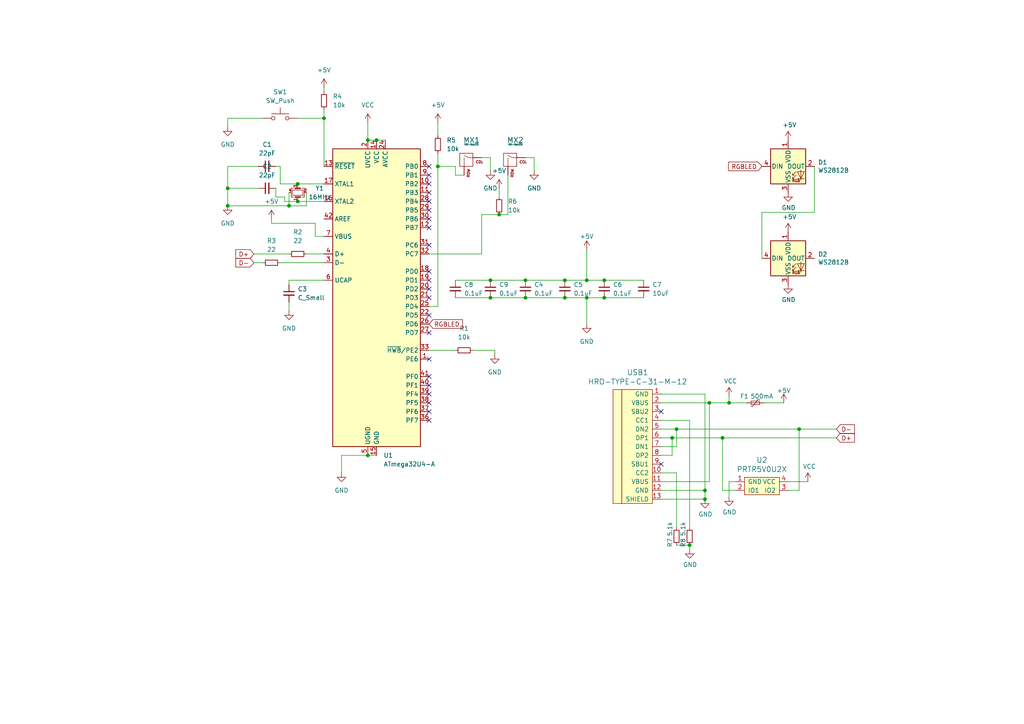
<source format=kicad_sch>
(kicad_sch (version 20211123) (generator eeschema)
  (paper "A4")
  (lib_symbols
    (symbol "Device:C_Small" (pin_numbers hide) (pin_names (offset 0.254) hide)
      (property "Reference" "C" (at 0.254 1.778 0))
      (property "Value" "C_Small" (at 0.254 -2.032 0))
      (symbol "C_Small_0_1"
        (polyline (pts (xy -1.524 -0.508) (xy 1.524 -0.508)) (stroke (width 0.3302)))
        (polyline (pts (xy -1.524 0.508) (xy 1.524 0.508)) (stroke (width 0.3048)))
      )
      (symbol "C_Small_1_1"
        (pin passive line (at 0 2.54 270) (length 2.032) (name "~") (number "1"))
        (pin passive line (at 0 -2.54 90) (length 2.032) (name "~") (number "2"))
      )
    )
    (symbol "Device:Crystal_GND24_Small" (pin_names (offset 1.016) hide)
      (property "Reference" "Y" (at 1.27 4.445 0))
      (property "Value" "Crystal_GND24_Small" (at 1.27 2.54 0))
      (symbol "Crystal_GND24_Small_0_1"
        (rectangle (start -0.762 -1.524) (end 0.762 1.524))
        (polyline (pts (xy -1.27 -0.762) (xy -1.27 0.762)) (stroke (width 0.381)))
        (polyline (pts (xy 1.27 -0.762) (xy 1.27 0.762)) (stroke (width 0.381)))
        (polyline (pts (xy -1.27 -1.27) (xy -1.27 -1.905) (xy 1.27 -1.905) (xy 1.27 -1.27)))
        (polyline (pts (xy -1.27 1.27) (xy -1.27 1.905) (xy 1.27 1.905) (xy 1.27 1.27)))
      )
      (symbol "Crystal_GND24_Small_1_1"
        (pin passive line (at -2.54 0 0) (length 1.27) (name "1") (number "1"))
        (pin passive line (at 0 -2.54 90) (length 0.635) (name "2") (number "2"))
        (pin passive line (at 2.54 0 180) (length 1.27) (name "3") (number "3"))
        (pin passive line (at 0 2.54 270) (length 0.635) (name "4") (number "4"))
      )
    )
    (symbol "Device:Polyfuse_Small" (pin_numbers hide) (pin_names (offset 0))
      (property "Reference" "F" (at -1.905 0 90))
      (property "Value" "Polyfuse_Small" (at 1.905 0 90))
      (symbol "Polyfuse_Small_0_1"
        (rectangle (start -0.508 1.27) (end 0.508 -1.27))
        (polyline (pts (xy 0 2.54) (xy 0 -2.54)))
        (polyline (pts (xy -1.016 1.27) (xy -1.016 0.762) (xy 1.016 -0.762) (xy 1.016 -1.27)))
      )
      (symbol "Polyfuse_Small_1_1"
        (pin passive line (at 0 2.54 270) (length 0.635) (name "~") (number "1"))
        (pin passive line (at 0 -2.54 90) (length 0.635) (name "~") (number "2"))
      )
    )
    (symbol "Device:R_Small" (pin_numbers hide) (pin_names (offset 0.254) hide)
      (property "Reference" "R" (at 0.762 0.508 0))
      (property "Value" "R_Small" (at 0.762 -1.016 0))
      (symbol "R_Small_0_1"
        (rectangle (start -0.762 1.778) (end 0.762 -1.778) (stroke (width 0.2032)))
      )
      (symbol "R_Small_1_1"
        (pin passive line (at 0 2.54 270) (length 0.762) (name "~") (number "1"))
        (pin passive line (at 0 -2.54 90) (length 0.762) (name "~") (number "2"))
      )
    )
    (symbol "LED:WS2812B" (pin_names (offset 0.254))
      (property "Reference" "D" (at 5.08 5.715 0))
      (property "Value" "WS2812B" (at 1.27 -5.715 0))
      (symbol "WS2812B_0_0"
        (text "RGB" (at 2.286 -4.191 0) (effects (font (size 0.762 0.762))))
      )
      (symbol "WS2812B_0_1"
        (polyline (pts (xy 1.27 -3.556) (xy 1.778 -3.556)))
        (polyline (pts (xy 1.27 -2.54) (xy 1.778 -2.54)))
        (polyline (pts (xy 4.699 -3.556) (xy 2.667 -3.556)))
        (polyline (pts (xy 2.286 -2.54) (xy 1.27 -3.556) (xy 1.27 -3.048)))
        (polyline (pts (xy 2.286 -1.524) (xy 1.27 -2.54) (xy 1.27 -2.032)))
        (polyline (pts (xy 3.683 -1.016) (xy 3.683 -3.556) (xy 3.683 -4.064)))
        (polyline (pts (xy 4.699 -1.524) (xy 2.667 -1.524) (xy 3.683 -3.556) (xy 4.699 -1.524)))
        (rectangle (start 5.08 5.08) (end -5.08 -5.08) (stroke (width 0.254)) (fill (type background)))
      )
      (symbol "WS2812B_1_1"
        (pin power_in line (at 0 7.62 270) (length 2.54) (name "VDD") (number "1"))
        (pin output line (at 7.62 0 180) (length 2.54) (name "DOUT") (number "2"))
        (pin power_in line (at 0 -7.62 90) (length 2.54) (name "VSS") (number "3"))
        (pin input line (at -7.62 0 0) (length 2.54) (name "DIN") (number "4"))
      )
    )
    (symbol "MCU_Microchip_ATmega:ATmega32U4-A"
      (property "Reference" "U" (at -12.7 44.45 0))
      (property "Value" "ATmega32U4-A" (at 2.54 -44.45 0))
      (symbol "ATmega32U4-A_0_1"
        (rectangle (start -12.7 -43.18) (end 12.7 43.18) (stroke (width 0.254)) (fill (type background)))
      )
      (symbol "ATmega32U4-A_1_1"
        (pin bidirectional line (at 15.24 -17.78 180) (length 2.54) (name "PE6") (number "1"))
        (pin bidirectional line (at 15.24 33.02 180) (length 2.54) (name "PB2") (number "10"))
        (pin bidirectional line (at 15.24 30.48 180) (length 2.54) (name "PB3") (number "11"))
        (pin bidirectional line (at 15.24 20.32 180) (length 2.54) (name "PB7") (number "12"))
        (pin input line (at -15.24 38.1 0) (length 2.54) (name "~{RESET}") (number "13"))
        (pin power_in line (at 0 45.72 270) (length 2.54) (name "VCC") (number "14"))
        (pin power_in line (at 0 -45.72 90) (length 2.54) (name "GND") (number "15"))
        (pin output line (at -15.24 27.94 0) (length 2.54) (name "XTAL2") (number "16"))
        (pin input line (at -15.24 33.02 0) (length 2.54) (name "XTAL1") (number "17"))
        (pin bidirectional line (at 15.24 7.62 180) (length 2.54) (name "PD0") (number "18"))
        (pin bidirectional line (at 15.24 5.08 180) (length 2.54) (name "PD1") (number "19"))
        (pin power_in line (at -2.54 45.72 270) (length 2.54) (name "UVCC") (number "2"))
        (pin bidirectional line (at 15.24 2.54 180) (length 2.54) (name "PD2") (number "20"))
        (pin bidirectional line (at 15.24 0 180) (length 2.54) (name "PD3") (number "21"))
        (pin bidirectional line (at 15.24 -5.08 180) (length 2.54) (name "PD5") (number "22"))
        (pin passive line (at 0 -45.72 90) (length 2.54) hide (name "GND") (number "23"))
        (pin power_in line (at 2.54 45.72 270) (length 2.54) (name "AVCC") (number "24"))
        (pin bidirectional line (at 15.24 -2.54 180) (length 2.54) (name "PD4") (number "25"))
        (pin bidirectional line (at 15.24 -7.62 180) (length 2.54) (name "PD6") (number "26"))
        (pin bidirectional line (at 15.24 -10.16 180) (length 2.54) (name "PD7") (number "27"))
        (pin bidirectional line (at 15.24 27.94 180) (length 2.54) (name "PB4") (number "28"))
        (pin bidirectional line (at 15.24 25.4 180) (length 2.54) (name "PB5") (number "29"))
        (pin bidirectional line (at -15.24 10.16 0) (length 2.54) (name "D-") (number "3"))
        (pin bidirectional line (at 15.24 22.86 180) (length 2.54) (name "PB6") (number "30"))
        (pin bidirectional line (at 15.24 15.24 180) (length 2.54) (name "PC6") (number "31"))
        (pin bidirectional line (at 15.24 12.7 180) (length 2.54) (name "PC7") (number "32"))
        (pin bidirectional line (at 15.24 -15.24 180) (length 2.54) (name "~{HWB}/PE2") (number "33"))
        (pin passive line (at 0 45.72 270) (length 2.54) hide (name "VCC") (number "34"))
        (pin passive line (at 0 -45.72 90) (length 2.54) hide (name "GND") (number "35"))
        (pin bidirectional line (at 15.24 -35.56 180) (length 2.54) (name "PF7") (number "36"))
        (pin bidirectional line (at 15.24 -33.02 180) (length 2.54) (name "PF6") (number "37"))
        (pin bidirectional line (at 15.24 -30.48 180) (length 2.54) (name "PF5") (number "38"))
        (pin bidirectional line (at 15.24 -27.94 180) (length 2.54) (name "PF4") (number "39"))
        (pin bidirectional line (at -15.24 12.7 0) (length 2.54) (name "D+") (number "4"))
        (pin bidirectional line (at 15.24 -25.4 180) (length 2.54) (name "PF1") (number "40"))
        (pin bidirectional line (at 15.24 -22.86 180) (length 2.54) (name "PF0") (number "41"))
        (pin passive line (at -15.24 22.86 0) (length 2.54) (name "AREF") (number "42"))
        (pin passive line (at 0 -45.72 90) (length 2.54) hide (name "GND") (number "43"))
        (pin passive line (at 2.54 45.72 270) (length 2.54) hide (name "AVCC") (number "44"))
        (pin passive line (at -2.54 -45.72 90) (length 2.54) (name "UGND") (number "5"))
        (pin passive line (at -15.24 5.08 0) (length 2.54) (name "UCAP") (number "6"))
        (pin input line (at -15.24 17.78 0) (length 2.54) (name "VBUS") (number "7"))
        (pin bidirectional line (at 15.24 38.1 180) (length 2.54) (name "PB0") (number "8"))
        (pin bidirectional line (at 15.24 35.56 180) (length 2.54) (name "PB1") (number "9"))
      )
    )
    (symbol "MX_Alps_Hybrid:MX-NoLED" (pin_names (offset 1.016))
      (property "Reference" "MX" (at -0.635 3.81 0))
      (property "Value" "MX-NoLED" (at -0.635 1.27 0))
      (symbol "MX-NoLED_0_0"
        (rectangle (start -2.54 2.54) (end 1.27 -1.27))
        (polyline (pts (xy -1.27 -1.27) (xy -1.27 1.27)) (stroke (width 0.127)))
        (polyline (pts (xy 1.27 1.27) (xy 0 1.27) (xy -1.27 1.905)) (stroke (width 0.127)))
        (text "COL" (at 3.175 0 0) (effects (font (size 0.762 0.762))))
        (text "ROW" (at 0 -1.905 900) (effects (font (size 0.762 0.762)) (justify right)))
      )
      (symbol "MX-NoLED_1_1"
        (pin passive line (at 3.81 1.27 180) (length 2.54) (name "COL") (number "1"))
        (pin passive line (at -1.27 -3.81 90) (length 2.54) (name "ROW") (number "2"))
      )
    )
    (symbol "Switch:SW_Push" (pin_numbers hide) (pin_names (offset 1.016) hide)
      (property "Reference" "SW" (at 1.27 2.54 0))
      (property "Value" "SW_Push" (at 0 -1.524 0))
      (symbol "SW_Push_0_1"
        (circle (center -2.032 0) (radius 0.508))
        (polyline (pts (xy 0 1.27) (xy 0 3.048)))
        (polyline (pts (xy 2.54 1.27) (xy -2.54 1.27)))
        (circle (center 2.032 0) (radius 0.508))
        (pin passive line (at -5.08 0 0) (length 2.54) (name "1") (number "1"))
        (pin passive line (at 5.08 0 180) (length 2.54) (name "2") (number "2"))
      )
    )
    (symbol "Voyager4-rescue:HRO-TYPE-C-31-M-12-Type-C" (pin_names (offset 1.016))
      (property "Reference" "USB" (at -5.08 16.51 0))
      (property "Value" "HRO-TYPE-C-31-M-12-Type-C" (at -10.16 -1.27 90))
      (symbol "HRO-TYPE-C-31-M-12-Type-C_0_1"
        (rectangle (start -11.43 15.24) (end -8.89 -17.78) (fill (type background)))
        (rectangle (start 0 -17.78) (end -8.89 15.24) (fill (type background)))
      )
      (symbol "HRO-TYPE-C-31-M-12-Type-C_1_1"
        (pin input line (at 2.54 13.97 180) (length 2.54) (name "GND") (number "1"))
        (pin input line (at 2.54 -8.89 180) (length 2.54) (name "CC2") (number "10"))
        (pin input line (at 2.54 -11.43 180) (length 2.54) (name "VBUS") (number "11"))
        (pin input line (at 2.54 -13.97 180) (length 2.54) (name "GND") (number "12"))
        (pin input line (at 2.54 -16.51 180) (length 2.54) (name "SHIELD") (number "13"))
        (pin input line (at 2.54 11.43 180) (length 2.54) (name "VBUS") (number "2"))
        (pin input line (at 2.54 8.89 180) (length 2.54) (name "SBU2") (number "3"))
        (pin input line (at 2.54 6.35 180) (length 2.54) (name "CC1") (number "4"))
        (pin input line (at 2.54 3.81 180) (length 2.54) (name "DN2") (number "5"))
        (pin input line (at 2.54 1.27 180) (length 2.54) (name "DP1") (number "6"))
        (pin input line (at 2.54 -1.27 180) (length 2.54) (name "DN1") (number "7"))
        (pin input line (at 2.54 -3.81 180) (length 2.54) (name "DP2") (number "8"))
        (pin input line (at 2.54 -6.35 180) (length 2.54) (name "SBU1") (number "9"))
      )
    )
    (symbol "ai03-locallib:PRTR5V0U2X" (pin_names (offset 1.016))
      (property "Reference" "U" (at 0 3.81 0))
      (property "Value" "PRTR5V0U2X" (at 0 -3.81 0))
      (symbol "PRTR5V0U2X_0_1"
        (rectangle (start -5.08 2.54) (end 5.08 -2.54) (fill (type background)))
      )
      (symbol "PRTR5V0U2X_1_1"
        (pin input line (at -7.62 1.27 0) (length 2.54) (name "GND") (number "1"))
        (pin input line (at -7.62 -1.27 0) (length 2.54) (name "IO1") (number "2"))
        (pin input line (at 7.62 -1.27 180) (length 2.54) (name "IO2") (number "3"))
        (pin input line (at 7.62 1.27 180) (length 2.54) (name "VCC") (number "4"))
      )
    )
    (symbol "power:+5V" (power) (pin_names (offset 0))
      (property "Value" "+5V" (at 0 3.556 0))
      (symbol "+5V_0_1"
        (polyline (pts (xy -0.762 1.27) (xy 0 2.54)))
        (polyline (pts (xy 0 0) (xy 0 2.54)))
        (polyline (pts (xy 0 2.54) (xy 0.762 1.27)))
      )
      (symbol "+5V_1_1"
        (pin power_in line (at 0 0 90) (length 0) hide (name "+5V") (number "1"))
      )
    )
    (symbol "power:GND" (power) (pin_names (offset 0))
      (property "Value" "GND" (at 0 -3.81 0))
      (symbol "GND_0_1"
        (polyline (pts (xy 0 0) (xy 0 -1.27) (xy 1.27 -1.27) (xy 0 -2.54) (xy -1.27 -1.27) (xy 0 -1.27)))
      )
      (symbol "GND_1_1"
        (pin power_in line (at 0 0 270) (length 0) hide (name "GND") (number "1"))
      )
    )
    (symbol "power:VCC" (power) (pin_names (offset 0))
      (property "Value" "VCC" (at 0 3.81 0))
      (symbol "VCC_0_1"
        (polyline (pts (xy -0.762 1.27) (xy 0 2.54)))
        (polyline (pts (xy 0 0) (xy 0 2.54)))
        (polyline (pts (xy 0 2.54) (xy 0.762 1.27)))
      )
      (symbol "VCC_1_1"
        (pin power_in line (at 0 0 90) (length 0) hide (name "VCC") (number "1"))
      )
    )
  )
  (junction (at 194.945 127))
  (junction (at 142.24 86.36))
  (junction (at 196.215 124.46))
  (junction (at 170.18 86.36))
  (junction (at 200.025 158.115))
  (junction (at 93.98 34.29))
  (junction (at 205.74 116.84))
  (junction (at 66.04 59.69))
  (junction (at 66.04 54.61))
  (junction (at 163.83 86.36))
  (junction (at 86.36 53.34))
  (junction (at 163.83 81.28))
  (junction (at 209.55 127))
  (junction (at 152.4 86.36))
  (junction (at 142.24 81.28))
  (junction (at 175.26 81.28))
  (junction (at 170.18 81.28))
  (junction (at 204.47 144.78))
  (junction (at 175.26 86.36))
  (junction (at 144.78 62.23))
  (junction (at 152.4 81.28))
  (junction (at 127 48.26))
  (junction (at 211.455 116.84))
  (junction (at 106.68 40.64))
  (junction (at 83.82 59.69))
  (junction (at 86.36 58.42))
  (junction (at 231.775 124.46))
  (junction (at 204.47 142.24))
  (junction (at 106.68 132.08))
  (junction (at 109.22 40.64))
  (no_connect (at 124.46 119.38))
  (no_connect (at 124.46 63.5))
  (no_connect (at 124.46 78.74))
  (no_connect (at 124.46 111.76))
  (no_connect (at 191.77 134.62))
  (no_connect (at 124.46 66.04))
  (no_connect (at 124.46 121.92))
  (no_connect (at 124.46 114.3))
  (no_connect (at 124.46 55.88))
  (no_connect (at 124.46 109.22))
  (no_connect (at 124.46 48.26))
  (no_connect (at 124.46 83.82))
  (no_connect (at 124.46 50.8))
  (no_connect (at 124.46 58.42))
  (no_connect (at 124.46 53.34))
  (no_connect (at 124.46 96.52))
  (no_connect (at 124.46 60.96))
  (no_connect (at 124.46 104.14))
  (no_connect (at 124.46 116.84))
  (no_connect (at 124.46 91.44))
  (no_connect (at 191.77 119.38))
  (no_connect (at 124.46 71.12))
  (no_connect (at 124.46 81.28))
  (no_connect (at 124.46 86.36))
  (wire (pts (xy 204.47 142.24) (xy 191.77 142.24)))
  (wire (pts (xy 83.82 81.28) (xy 83.82 82.55)))
  (wire (pts (xy 74.93 54.61) (xy 66.04 54.61)))
  (wire (pts (xy 196.215 124.46) (xy 231.775 124.46)))
  (wire (pts (xy 80.01 54.61) (xy 80.01 57.15)))
  (wire (pts (xy 152.4 86.36) (xy 163.83 86.36)))
  (wire (pts (xy 221.615 116.84) (xy 227.33 116.84)))
  (wire (pts (xy 93.98 81.28) (xy 83.82 81.28)))
  (wire (pts (xy 142.24 81.28) (xy 152.4 81.28)))
  (wire (pts (xy 73.66 73.66) (xy 83.82 73.66)))
  (wire (pts (xy 91.44 64.77) (xy 78.74 64.77)))
  (wire (pts (xy 93.98 25.4) (xy 93.98 26.67)))
  (wire (pts (xy 81.28 53.34) (xy 86.36 53.34)))
  (wire (pts (xy 191.77 116.84) (xy 205.74 116.84)))
  (wire (pts (xy 66.04 48.26) (xy 66.04 54.61)))
  (wire (pts (xy 88.9 55.88) (xy 88.9 59.69)))
  (wire (pts (xy 82.55 58.42) (xy 86.36 58.42)))
  (wire (pts (xy 83.82 55.88) (xy 83.82 59.69)))
  (wire (pts (xy 83.82 87.63) (xy 83.82 90.17)))
  (wire (pts (xy 139.7 62.23) (xy 144.78 62.23)))
  (wire (pts (xy 144.78 54.61) (xy 144.78 57.15)))
  (wire (pts (xy 194.945 132.08) (xy 194.945 127)))
  (wire (pts (xy 106.68 40.64) (xy 109.22 40.64)))
  (wire (pts (xy 132.08 86.36) (xy 142.24 86.36)))
  (wire (pts (xy 175.26 86.36) (xy 186.69 86.36)))
  (wire (pts (xy 170.18 81.28) (xy 175.26 81.28)))
  (wire (pts (xy 191.77 137.16) (xy 196.215 137.16)))
  (wire (pts (xy 142.24 86.36) (xy 152.4 86.36)))
  (wire (pts (xy 93.98 34.29) (xy 86.36 34.29)))
  (wire (pts (xy 127 48.26) (xy 132.08 48.26)))
  (wire (pts (xy 220.98 61.595) (xy 220.98 74.93)))
  (wire (pts (xy 200.025 121.92) (xy 200.025 153.035)))
  (wire (pts (xy 204.47 144.78) (xy 204.47 142.24)))
  (wire (pts (xy 170.18 72.39) (xy 170.18 81.28)))
  (wire (pts (xy 211.455 139.7) (xy 213.36 139.7)))
  (wire (pts (xy 152.4 45.72) (xy 154.94 45.72)))
  (wire (pts (xy 196.215 124.46) (xy 196.215 129.54)))
  (wire (pts (xy 80.01 57.15) (xy 82.55 57.15)))
  (wire (pts (xy 231.775 142.24) (xy 228.6 142.24)))
  (wire (pts (xy 213.36 142.24) (xy 209.55 142.24)))
  (wire (pts (xy 76.2 34.29) (xy 66.04 34.29)))
  (wire (pts (xy 231.775 124.46) (xy 242.57 124.46)))
  (wire (pts (xy 205.74 116.84) (xy 211.455 116.84)))
  (wire (pts (xy 191.77 124.46) (xy 196.215 124.46)))
  (wire (pts (xy 109.22 40.64) (xy 111.76 40.64)))
  (wire (pts (xy 154.94 45.72) (xy 154.94 49.53)))
  (wire (pts (xy 93.98 31.75) (xy 93.98 34.29)))
  (wire (pts (xy 81.28 76.2) (xy 93.98 76.2)))
  (wire (pts (xy 66.04 34.29) (xy 66.04 36.83)))
  (wire (pts (xy 142.24 45.72) (xy 142.24 49.53)))
  (wire (pts (xy 106.68 132.08) (xy 99.06 132.08)))
  (wire (pts (xy 88.9 73.66) (xy 93.98 73.66)))
  (wire (pts (xy 231.775 142.24) (xy 231.775 124.46)))
  (wire (pts (xy 211.455 116.84) (xy 216.535 116.84)))
  (wire (pts (xy 163.83 86.36) (xy 170.18 86.36)))
  (wire (pts (xy 137.16 101.6) (xy 143.51 101.6)))
  (wire (pts (xy 175.26 81.28) (xy 186.69 81.28)))
  (wire (pts (xy 127 35.56) (xy 127 39.37)))
  (wire (pts (xy 66.04 59.69) (xy 83.82 59.69)))
  (wire (pts (xy 86.36 58.42) (xy 93.98 58.42)))
  (wire (pts (xy 139.7 73.66) (xy 139.7 62.23)))
  (wire (pts (xy 236.22 61.595) (xy 220.98 61.595)))
  (wire (pts (xy 93.98 48.26) (xy 93.98 34.29)))
  (wire (pts (xy 211.455 114.935) (xy 211.455 116.84)))
  (wire (pts (xy 234.315 139.7) (xy 228.6 139.7)))
  (wire (pts (xy 124.46 73.66) (xy 139.7 73.66)))
  (wire (pts (xy 147.32 62.23) (xy 144.78 62.23)))
  (wire (pts (xy 209.55 142.24) (xy 209.55 127)))
  (wire (pts (xy 191.77 121.92) (xy 200.025 121.92)))
  (wire (pts (xy 196.215 137.16) (xy 196.215 153.035)))
  (wire (pts (xy 91.44 68.58) (xy 91.44 64.77)))
  (wire (pts (xy 170.18 86.36) (xy 175.26 86.36)))
  (wire (pts (xy 139.7 45.72) (xy 142.24 45.72)))
  (wire (pts (xy 106.68 35.56) (xy 106.68 40.64)))
  (wire (pts (xy 86.36 53.34) (xy 93.98 53.34)))
  (wire (pts (xy 196.215 129.54) (xy 191.77 129.54)))
  (wire (pts (xy 200.025 159.385) (xy 200.025 158.115)))
  (wire (pts (xy 191.77 114.3) (xy 204.47 114.3)))
  (wire (pts (xy 196.215 158.115) (xy 200.025 158.115)))
  (wire (pts (xy 152.4 81.28) (xy 163.83 81.28)))
  (wire (pts (xy 82.55 57.15) (xy 82.55 58.42)))
  (wire (pts (xy 78.74 64.77) (xy 78.74 63.5)))
  (wire (pts (xy 106.68 132.08) (xy 109.22 132.08)))
  (wire (pts (xy 205.74 116.84) (xy 205.74 139.7)))
  (wire (pts (xy 191.77 144.78) (xy 204.47 144.78)))
  (wire (pts (xy 66.04 54.61) (xy 66.04 59.69)))
  (wire (pts (xy 191.77 132.08) (xy 194.945 132.08)))
  (wire (pts (xy 132.08 81.28) (xy 142.24 81.28)))
  (wire (pts (xy 211.455 144.145) (xy 211.455 139.7)))
  (wire (pts (xy 81.28 48.26) (xy 81.28 53.34)))
  (wire (pts (xy 74.93 48.26) (xy 66.04 48.26)))
  (wire (pts (xy 132.08 48.26) (xy 132.08 50.8)))
  (wire (pts (xy 163.83 81.28) (xy 170.18 81.28)))
  (wire (pts (xy 204.47 114.3) (xy 204.47 142.24)))
  (wire (pts (xy 93.98 68.58) (xy 91.44 68.58)))
  (wire (pts (xy 127 44.45) (xy 127 48.26)))
  (wire (pts (xy 236.22 48.26) (xy 236.22 61.595)))
  (wire (pts (xy 99.06 132.08) (xy 99.06 137.16)))
  (wire (pts (xy 170.18 86.36) (xy 170.18 93.98)))
  (wire (pts (xy 205.74 139.7) (xy 191.77 139.7)))
  (wire (pts (xy 127 88.9) (xy 127 48.26)))
  (wire (pts (xy 83.82 59.69) (xy 88.9 59.69)))
  (wire (pts (xy 194.945 127) (xy 209.55 127)))
  (wire (pts (xy 132.08 50.8) (xy 134.62 50.8)))
  (wire (pts (xy 194.945 127) (xy 191.77 127)))
  (wire (pts (xy 124.46 88.9) (xy 127 88.9)))
  (wire (pts (xy 73.66 76.2) (xy 76.2 76.2)))
  (wire (pts (xy 209.55 127) (xy 242.57 127)))
  (wire (pts (xy 124.46 101.6) (xy 132.08 101.6)))
  (wire (pts (xy 80.01 48.26) (xy 81.28 48.26)))
  (wire (pts (xy 143.51 101.6) (xy 143.51 102.87)))
  (wire (pts (xy 147.32 50.8) (xy 147.32 62.23)))
  (global_label "D+" (shape input) (at 73.66 73.66 180) (property "Intersheet References" "${INTERSHEET_REFS}" (effects hide)))
  (global_label "D+" (shape input) (at 242.57 127 0) (property "Intersheet References" "${INTERSHEET_REFS}" (effects hide)))
  (global_label "D-" (shape input) (at 73.66 76.2 180) (property "Intersheet References" "${INTERSHEET_REFS}" (effects hide)))
  (global_label "D-" (shape input) (at 242.57 124.46 0) (property "Intersheet References" "${INTERSHEET_REFS}" (effects hide)))
  (global_label "RGBLED" (shape input) (at 220.98 48.26 180) (property "Intersheet References" "${INTERSHEET_REFS}" (effects hide)))
  (global_label "RGBLED" (shape input) (at 124.46 93.98 0) (property "Intersheet References" "${INTERSHEET_REFS}" (effects hide)))
  (symbol (lib_id "Device:Crystal_GND24_Small") (at 86.36 55.88 90) (unit 1)
    (property "Reference" "Y1" (at 92.71 54.61 90))
    (property "Value" "16MHz" (at 92.71 57.15 90))
    (property "Footprint" "Crystal:Crystal_SMD_3225-4Pin_3.2x2.5mm" (effects hide))
  )
  (symbol (lib_id "power:GND") (at 154.94 49.53 0) (unit 1)
    (property "Reference" "#PWR0105" (effects hide))
    (property "Value" "GND" (at 154.94 54.61 0))
  )
  (symbol (lib_id "power:GND") (at 211.455 144.145 0) (unit 1)
    (property "Reference" "#PWR0116" (effects hide))
    (property "Value" "GND" (at 211.582 148.5392 0))
  )
  (symbol (lib_id "LED:WS2812B") (at 228.6 48.26 0) (unit 1)
    (property "Reference" "D1" (at 237.2614 47.0916 0) (effects (justify left)))
    (property "Value" "WS2812B" (at 237.2614 49.403 0) (effects (justify left)))
    (property "Footprint" "LED_SMD:LED_WS2812B-2020_PLCC4_2.0x2.0mm" (effects hide))
    (property "Datasheet" "https://cdn-shop.adafruit.com/datasheets/WS2812B.pdf" (effects hide))
  )
  (symbol (lib_id "Device:C_Small") (at 83.82 85.09 0) (unit 1)
    (property "Reference" "C3" (at 86.36 83.8262 0) (effects (justify left)))
    (property "Value" "C_Small" (at 86.36 86.3662 0) (effects (justify left)))
    (property "Footprint" "Capacitor_SMD:C_0805_2012Metric" (effects hide))
  )
  (symbol (lib_id "Device:C_Small") (at 175.26 83.82 0) (unit 1)
    (property "Reference" "C6" (at 177.8 82.5562 0) (effects (justify left)))
    (property "Value" "0.1uF" (at 177.8 85.0962 0) (effects (justify left)))
    (property "Footprint" "Capacitor_SMD:C_0805_2012Metric" (effects hide))
  )
  (symbol (lib_id "power:+5V") (at 228.6 67.31 0) (unit 1)
    (property "Reference" "#PWR0124" (effects hide))
    (property "Value" "+5V" (at 228.981 62.9158 0))
  )
  (symbol (lib_id "Device:R_Small") (at 78.74 76.2 90) (unit 1)
    (property "Reference" "R3" (at 78.74 69.85 90))
    (property "Value" "22" (at 78.74 72.39 90))
    (property "Footprint" "Resistor_SMD:R_0805_2012Metric" (effects hide))
  )
  (symbol (lib_id "power:GND") (at 66.04 59.69 0) (unit 1)
    (property "Reference" "#PWR0111" (effects hide))
    (property "Value" "GND" (at 66.04 64.77 0))
  )
  (symbol (lib_id "MCU_Microchip_ATmega:ATmega32U4-A") (at 109.22 86.36 0) (unit 1)
    (property "Reference" "U1" (at 111.2394 132.08 0) (effects (justify left)))
    (property "Value" "ATmega32U4-A" (at 111.2394 134.62 0) (effects (justify left)))
    (property "Footprint" "Package_QFP:TQFP-44_10x10mm_P0.8mm" (effects hide))
    (property "Datasheet" "http://ww1.microchip.com/downloads/en/DeviceDoc/Atmel-7766-8-bit-AVR-ATmega16U4-32U4_Datasheet.pdf" (effects hide))
  )
  (symbol (lib_id "Device:R_Small") (at 93.98 29.21 0) (unit 1)
    (property "Reference" "R4" (at 96.52 27.9399 0) (effects (justify left)))
    (property "Value" "10k" (at 96.52 30.4799 0) (effects (justify left)))
    (property "Footprint" "Resistor_SMD:R_0805_2012Metric" (effects hide))
  )
  (symbol (lib_id "Device:R_Small") (at 134.62 101.6 90) (unit 1)
    (property "Reference" "R1" (at 134.62 95.25 90))
    (property "Value" "10k" (at 134.62 97.79 90))
    (property "Footprint" "Resistor_SMD:R_0805_2012Metric" (effects hide))
  )
  (symbol (lib_id "power:GND") (at 228.6 55.88 0) (unit 1)
    (property "Reference" "#PWR0121" (effects hide))
    (property "Value" "GND" (at 228.727 60.2742 0))
  )
  (symbol (lib_id "MX_Alps_Hybrid:MX-NoLED") (at 135.89 46.99 0) (unit 1)
    (property "Reference" "MX1" (at 136.7756 40.64 0) (effects (font (size 1.524 1.524))))
    (property "Value" "MX-NoLED" (at 136.7756 41.91 0) (effects (font (size 0.508 0.508))))
    (property "Footprint" "MX_Hotswap:MX-Hotswap-1U" (effects hide))
  )
  (symbol (lib_id "power:VCC") (at 234.315 139.7 0) (unit 1)
    (property "Reference" "#PWR0119" (effects hide))
    (property "Value" "VCC" (at 234.7468 135.3058 0))
  )
  (symbol (lib_id "power:+5V") (at 228.6 40.64 0) (unit 1)
    (property "Reference" "#PWR0122" (effects hide))
    (property "Value" "+5V" (at 228.981 36.2458 0))
  )
  (symbol (lib_id "Switch:SW_Push") (at 81.28 34.29 0) (unit 1)
    (property "Reference" "SW1" (at 81.28 26.67 0))
    (property "Value" "SW_Push" (at 81.28 29.21 0))
    (property "Footprint" "Button_Switch_SMD:SW_SPST_SKQG_WithStem" (effects hide))
  )
  (symbol (lib_id "Device:R_Small") (at 86.36 73.66 90) (unit 1)
    (property "Reference" "R2" (at 86.36 67.31 90))
    (property "Value" "22" (at 86.36 69.85 90))
    (property "Footprint" "Resistor_SMD:R_0805_2012Metric" (effects hide))
  )
  (symbol (lib_id "Device:R_Small") (at 196.215 155.575 0) (unit 1)
    (property "Reference" "R7" (at 194.31 158.75 90) (effects (justify left)))
    (property "Value" "5.1k" (at 194.31 155.575 90) (effects (justify left)))
    (property "Footprint" "Resistor_SMD:R_0805_2012Metric" (effects hide))
  )
  (symbol (lib_id "Device:C_Small") (at 142.24 83.82 0) (unit 1)
    (property "Reference" "C9" (at 144.78 82.5562 0) (effects (justify left)))
    (property "Value" "0.1uF" (at 144.78 85.0962 0) (effects (justify left)))
    (property "Footprint" "Capacitor_SMD:C_0805_2012Metric" (effects hide))
  )
  (symbol (lib_id "power:+5V") (at 144.78 54.61 0) (unit 1)
    (property "Reference" "#PWR0107" (effects hide))
    (property "Value" "+5V" (at 144.78 49.53 0))
  )
  (symbol (lib_id "power:GND") (at 83.82 90.17 0) (unit 1)
    (property "Reference" "#PWR0102" (effects hide))
    (property "Value" "GND" (at 83.82 95.25 0))
  )
  (symbol (lib_id "power:GND") (at 204.47 144.78 0) (unit 1)
    (property "Reference" "#PWR0115" (effects hide))
    (property "Value" "GND" (at 204.597 149.1742 0))
  )
  (symbol (lib_id "power:+5V") (at 93.98 25.4 0) (unit 1)
    (property "Reference" "#PWR0110" (effects hide))
    (property "Value" "+5V" (at 93.98 20.32 0))
  )
  (symbol (lib_id "MX_Alps_Hybrid:MX-NoLED") (at 148.59 46.99 0) (unit 1)
    (property "Reference" "MX2" (at 149.4756 40.64 0) (effects (font (size 1.524 1.524))))
    (property "Value" "MX-NoLED" (at 149.4756 41.91 0) (effects (font (size 0.508 0.508))))
    (property "Footprint" "MX_Hotswap:MX-Hotswap-1U" (effects hide))
  )
  (symbol (lib_id "power:+5V") (at 127 35.56 0) (unit 1)
    (property "Reference" "#PWR0108" (effects hide))
    (property "Value" "+5V" (at 127 30.48 0))
  )
  (symbol (lib_id "Device:C_Small") (at 77.47 48.26 90) (unit 1)
    (property "Reference" "C1" (at 77.4763 41.91 90))
    (property "Value" "22pF" (at 77.4763 44.45 90))
    (property "Footprint" "Capacitor_SMD:C_0805_2012Metric" (effects hide))
  )
  (symbol (lib_id "power:+5V") (at 227.33 116.84 0) (unit 1)
    (property "Reference" "#PWR0120" (effects hide))
    (property "Value" "+5V" (at 227.33 113.284 0))
  )
  (symbol (lib_id "ai03-locallib:PRTR5V0U2X") (at 220.98 140.97 0) (unit 1)
    (property "Reference" "U2" (at 220.98 133.4262 0) (effects (font (size 1.524 1.524))))
    (property "Value" "PRTR5V0U2X" (at 220.98 136.1186 0) (effects (font (size 1.524 1.524))))
    (property "Footprint" "Package_TO_SOT_SMD:SOT-143" (effects hide))
  )
  (symbol (lib_id "power:GND") (at 170.18 93.98 0) (unit 1)
    (property "Reference" "#PWR0104" (effects hide))
    (property "Value" "GND" (at 170.18 99.06 0))
  )
  (symbol (lib_id "Voyager4-rescue:HRO-TYPE-C-31-M-12-Type-C") (at 189.23 128.27 0) (unit 1)
    (property "Reference" "USB1" (at 184.9374 108.0262 0) (effects (font (size 1.524 1.524))))
    (property "Value" "HRO-TYPE-C-31-M-12" (at 184.9374 110.7186 0) (effects (font (size 1.524 1.524))))
    (property "Footprint" "Type-C:HRO-TYPE-C-31-M-12-Assembly" (effects hide))
  )
  (symbol (lib_id "power:VCC") (at 211.455 114.935 0) (unit 1)
    (property "Reference" "#PWR0114" (effects hide))
    (property "Value" "VCC" (at 211.8868 110.5408 0))
  )
  (symbol (lib_id "Device:R_Small") (at 200.025 155.575 0) (unit 1)
    (property "Reference" "R8" (at 198.12 158.75 90) (effects (justify left)))
    (property "Value" "5.1k" (at 198.12 155.575 90) (effects (justify left)))
    (property "Footprint" "Resistor_SMD:R_0805_2012Metric" (effects hide))
  )
  (symbol (lib_id "LED:WS2812B") (at 228.6 74.93 0) (unit 1)
    (property "Reference" "D2" (at 237.2614 73.7616 0) (effects (justify left)))
    (property "Value" "WS2812B" (at 237.2614 76.073 0) (effects (justify left)))
    (property "Footprint" "LED_SMD:LED_WS2812B-2020_PLCC4_2.0x2.0mm" (effects hide))
    (property "Datasheet" "https://cdn-shop.adafruit.com/datasheets/WS2812B.pdf" (effects hide))
  )
  (symbol (lib_id "Device:R_Small") (at 127 41.91 0) (unit 1)
    (property "Reference" "R5" (at 129.54 40.6399 0) (effects (justify left)))
    (property "Value" "10k" (at 129.54 43.1799 0) (effects (justify left)))
    (property "Footprint" "Resistor_SMD:R_0805_2012Metric" (effects hide))
  )
  (symbol (lib_id "Device:C_Small") (at 152.4 83.82 0) (unit 1)
    (property "Reference" "C4" (at 154.94 82.5562 0) (effects (justify left)))
    (property "Value" "0.1uF" (at 154.94 85.0962 0) (effects (justify left)))
    (property "Footprint" "Capacitor_SMD:C_0805_2012Metric" (effects hide))
  )
  (symbol (lib_id "power:GND") (at 228.6 82.55 0) (unit 1)
    (property "Reference" "#PWR0123" (effects hide))
    (property "Value" "GND" (at 228.727 86.9442 0))
  )
  (symbol (lib_id "power:GND") (at 142.24 49.53 0) (unit 1)
    (property "Reference" "#PWR0106" (effects hide))
    (property "Value" "GND" (at 142.24 54.61 0))
  )
  (symbol (lib_id "Device:C_Small") (at 77.47 54.61 90) (unit 1)
    (property "Reference" "C2" (at 77.4763 48.26 90))
    (property "Value" "22pF" (at 77.4763 50.8 90))
    (property "Footprint" "Capacitor_SMD:C_0805_2012Metric" (effects hide))
  )
  (symbol (lib_id "power:GND") (at 143.51 102.87 0) (unit 1)
    (property "Reference" "#PWR0103" (effects hide))
    (property "Value" "GND" (at 143.51 107.95 0))
  )
  (symbol (lib_id "Device:C_Small") (at 186.69 83.82 0) (unit 1)
    (property "Reference" "C7" (at 189.23 82.5562 0) (effects (justify left)))
    (property "Value" "10uF" (at 189.23 85.0962 0) (effects (justify left)))
    (property "Footprint" "Capacitor_SMD:C_0805_2012Metric" (effects hide))
  )
  (symbol (lib_id "Device:Polyfuse_Small") (at 219.075 116.84 270) (unit 1)
    (property "Reference" "F1" (at 215.9 114.935 90))
    (property "Value" "500mA" (at 220.98 114.935 90))
    (property "Footprint" "Fuse:Fuse_1206_3216Metric" (effects hide))
  )
  (symbol (lib_id "Device:C_Small") (at 132.08 83.82 0) (unit 1)
    (property "Reference" "C8" (at 134.62 82.5562 0) (effects (justify left)))
    (property "Value" "0.1uF" (at 134.62 85.0962 0) (effects (justify left)))
    (property "Footprint" "Capacitor_SMD:C_0805_2012Metric" (effects hide))
  )
  (symbol (lib_id "power:VCC") (at 106.68 35.56 0) (unit 1)
    (property "Reference" "#PWR0109" (effects hide))
    (property "Value" "VCC" (at 106.68 30.48 0))
  )
  (symbol (lib_id "Device:R_Small") (at 144.78 59.69 0) (unit 1)
    (property "Reference" "R6" (at 147.32 58.4199 0) (effects (justify left)))
    (property "Value" "10k" (at 147.32 60.9599 0) (effects (justify left)))
    (property "Footprint" "Resistor_SMD:R_0805_2012Metric" (effects hide))
  )
  (symbol (lib_id "power:GND") (at 99.06 137.16 0) (unit 1)
    (property "Reference" "#PWR0101" (effects hide))
    (property "Value" "GND" (at 99.06 142.24 0))
  )
  (symbol (lib_id "power:GND") (at 66.04 36.83 0) (unit 1)
    (property "Reference" "#PWR0113" (effects hide))
    (property "Value" "GND" (at 66.04 41.91 0))
  )
  (symbol (lib_id "power:+5V") (at 170.18 72.39 0) (unit 1)
    (property "Reference" "#PWR0117" (effects hide))
    (property "Value" "+5V" (at 170.18 68.58 0))
  )
  (symbol (lib_id "power:GND") (at 200.025 159.385 0) (unit 1)
    (property "Reference" "#PWR0118" (effects hide))
    (property "Value" "GND" (at 200.152 163.7792 0))
  )
  (symbol (lib_id "Device:C_Small") (at 163.83 83.82 0) (unit 1)
    (property "Reference" "C5" (at 166.37 82.5562 0) (effects (justify left)))
    (property "Value" "0.1uF" (at 166.37 85.0962 0) (effects (justify left)))
    (property "Footprint" "Capacitor_SMD:C_0805_2012Metric" (effects hide))
  )
  (symbol (lib_id "power:+5V") (at 78.74 63.5 0) (unit 1)
    (property "Reference" "#PWR0112" (effects hide))
    (property "Value" "+5V" (at 78.74 58.42 0))
  )
)
</source>
